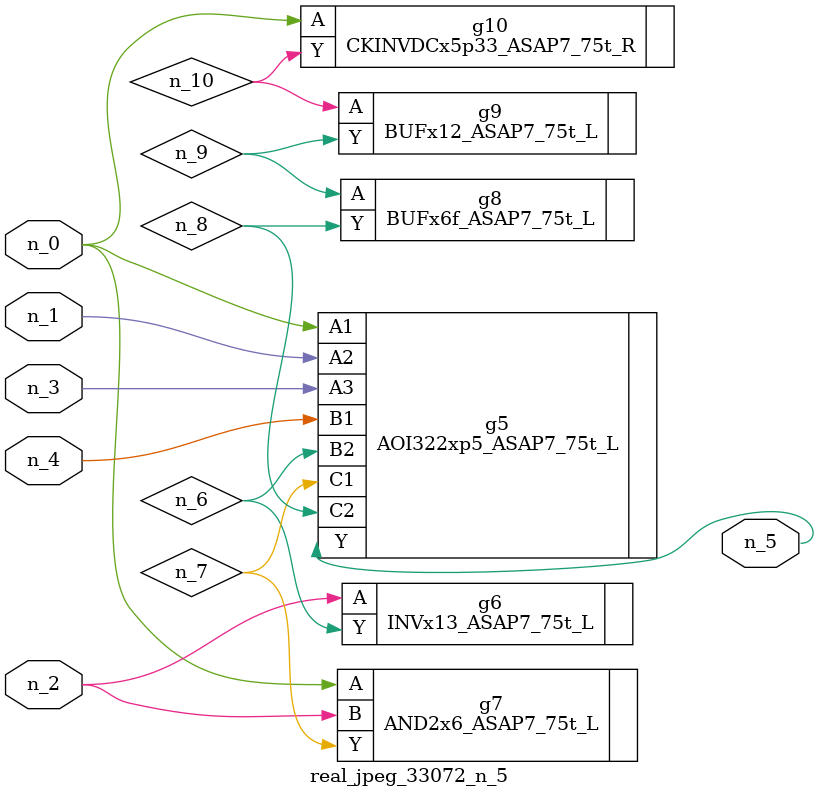
<source format=v>
module real_jpeg_33072_n_5 (n_4, n_0, n_1, n_2, n_3, n_5);

input n_4;
input n_0;
input n_1;
input n_2;
input n_3;

output n_5;

wire n_8;
wire n_6;
wire n_7;
wire n_10;
wire n_9;

AOI322xp5_ASAP7_75t_L g5 ( 
.A1(n_0),
.A2(n_1),
.A3(n_3),
.B1(n_4),
.B2(n_6),
.C1(n_7),
.C2(n_8),
.Y(n_5)
);

AND2x6_ASAP7_75t_L g7 ( 
.A(n_0),
.B(n_2),
.Y(n_7)
);

CKINVDCx5p33_ASAP7_75t_R g10 ( 
.A(n_0),
.Y(n_10)
);

INVx13_ASAP7_75t_L g6 ( 
.A(n_2),
.Y(n_6)
);

BUFx6f_ASAP7_75t_L g8 ( 
.A(n_9),
.Y(n_8)
);

BUFx12_ASAP7_75t_L g9 ( 
.A(n_10),
.Y(n_9)
);


endmodule
</source>
